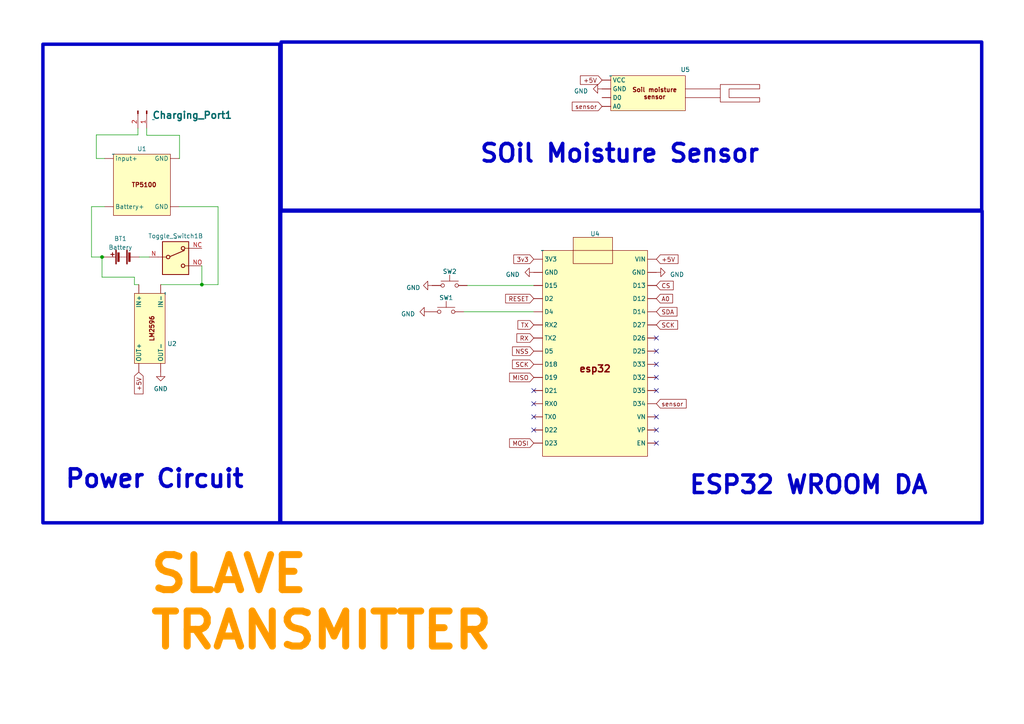
<source format=kicad_sch>
(kicad_sch (version 20230121) (generator eeschema)
  (paper "A4")
  (lib_symbols
    (symbol "Connector:Conn_01x02_Pin" (pin_names (offset 1.016) hide)
      (property "Reference" "J" (at 0 2.54 0))
      (property "Value" "Conn_01x02_Pin" (at 0 -5.08 0))
      (symbol "Conn_01x02_Pin_1_1"
        (polyline (pts (xy 1.27 -2.54) (xy 0.8636 -2.54)) (stroke (width 0.1524)))
        (polyline (pts (xy 1.27 0) (xy 0.8636 0)) (stroke (width 0.1524)))
        (rectangle (start 0.8636 -2.413) (end 0 -2.667) (stroke (width 0.1524)) (fill (type outline)))
        (rectangle (start 0.8636 0.127) (end 0 -0.127) (stroke (width 0.1524)) (fill (type outline)))
        (pin passive line (at 5.08 0 180) (length 3.81) (name "Pin_1") (number "1"))
        (pin passive line (at 5.08 -2.54 180) (length 3.81) (name "Pin_2") (number "2"))
      )
    )
    (symbol "Connector_Audio:XLR3_Switched" (pin_names hide)
      (property "Reference" "J" (at 0 8.89 0))
      (property "Value" "XLR3_Switched" (at 0 6.35 0))
      (symbol "XLR3_Switched_1_1"
        (circle (center -3.556 0) (radius 1.016))
        (circle (center 0 -3.556) (radius 1.016))
        (polyline (pts (xy -5.08 0) (xy -4.572 0)))
        (polyline (pts (xy 0 -5.08) (xy 0 -4.572)))
        (polyline (pts (xy 5.08 0) (xy 4.572 0)))
        (circle (center 0 0) (radius 5.08) (fill (type background)))
        (circle (center 3.556 0) (radius 1.016))
        (text "1" (at -3.556 1.778 0) (effects (font (size 1.016 1.016) bold)))
        (text "2" (at 3.556 1.778 0) (effects (font (size 1.016 1.016) bold)))
        (text "3" (at 0 -1.778 0) (effects (font (size 1.016 1.016) bold)))
        (pin passive line (at -7.62 0 0) (length 2.54) (name "~") (number "1"))
        (pin passive line (at 7.62 0 180) (length 2.54) (name "~") (number "2"))
        (pin passive line (at 0 -7.62 90) (length 2.54) (name "~") (number "3"))
      )
      (symbol "XLR3_Switched_2_1"
        (rectangle (start -3.81 4.445) (end 3.81 -5.08) (stroke (width 0.254)) (fill (type background)))
        (circle (center -2.159 0) (radius 0.508) (stroke (width 0.254)))
        (polyline (pts (xy -5.08 0) (xy -2.794 0)))
        (polyline (pts (xy -1.651 0.127) (xy 2.54 1.905)) (stroke (width 0.254)))
        (polyline (pts (xy 5.08 -2.54) (xy 2.794 -2.54)))
        (polyline (pts (xy 5.08 2.54) (xy 2.794 2.54)))
        (circle (center 2.159 -2.54) (radius 0.508) (stroke (width 0.254)))
        (circle (center 2.159 2.54) (radius 0.508) (stroke (width 0.254)))
        (pin passive line (at -7.62 0 0) (length 2.54) (name "~") (number "N"))
        (pin passive line (at 7.62 2.54 180) (length 2.54) (name "~") (number "NC"))
        (pin passive line (at 7.62 -2.54 180) (length 2.54) (name "~") (number "NO"))
      )
    )
    (symbol "Device:Battery" (pin_numbers hide) (pin_names (offset 0) hide)
      (property "Reference" "BT" (at 2.54 2.54 0))
      (property "Value" "Battery" (at 2.54 0 0))
      (symbol "Battery_0_1"
        (rectangle (start -2.032 -1.397) (end 2.032 -1.651) (fill (type outline)))
        (rectangle (start -2.032 1.778) (end 2.032 1.524) (fill (type outline)))
        (rectangle (start -1.3208 -1.9812) (end 1.27 -2.4892) (fill (type outline)))
        (rectangle (start -1.3208 1.1938) (end 1.27 0.6858) (fill (type outline)))
        (polyline (pts (xy 0 -1.524) (xy 0 -1.27)))
        (polyline (pts (xy 0 -1.016) (xy 0 -0.762)))
        (polyline (pts (xy 0 -0.508) (xy 0 -0.254)))
        (polyline (pts (xy 0 0) (xy 0 0.254)))
        (polyline (pts (xy 0 0.508) (xy 0 0.762)))
        (polyline (pts (xy 0 1.778) (xy 0 2.54)))
        (polyline (pts (xy 0.254 2.667) (xy 1.27 2.667)) (stroke (width 0.254)))
        (polyline (pts (xy 0.762 3.175) (xy 0.762 2.159)) (stroke (width 0.254)))
      )
      (symbol "Battery_1_1"
        (pin passive line (at 0 5.08 270) (length 2.54) (name "+") (number "1"))
        (pin passive line (at 0 -5.08 90) (length 2.54) (name "-") (number "2"))
      )
    )
    (symbol "Sensors:soil_moisture"
      (property "Reference" "U" (at 0 0 0))
      (symbol "soil_moisture_1_1"
        (polyline (pts (xy 21.59 -6.35) (xy 31.75 -6.35)))
        (polyline (pts (xy 21.59 -3.81) (xy 31.75 -3.81)))
        (polyline (pts (xy 31.75 -2.54) (xy 31.75 -7.62) (xy 43.18 -7.62) (xy 43.18 -6.35) (xy 34.29 -6.35) (xy 34.29 -3.81) (xy 43.18 -3.81) (xy 43.18 -2.54) (xy 31.75 -2.54)))
        (rectangle (start 0 0) (end 21.59 -10.16) (fill (type background)))
        (text "Soil moisture\nsensor" (at 12.7 -5.08 0) (effects (font (size 1.27 1.27) bold)))
        (pin input line (at -2.54 -8.89 0) (length 2.54) (name "A0") (number ""))
        (pin input line (at -2.54 -6.35 0) (length 2.54) (name "D0") (number ""))
        (pin input line (at -2.54 -3.81 0) (length 2.54) (name "GND") (number ""))
        (pin input line (at -2.54 -1.27 0) (length 2.54) (name "VCC") (number ""))
      )
    )
    (symbol "Switch:SW_Push" (pin_numbers hide) (pin_names (offset 1.016) hide)
      (property "Reference" "SW" (at 1.27 2.54 0))
      (property "Value" "SW_Push" (at 0 -1.524 0))
      (symbol "SW_Push_0_1"
        (circle (center -2.032 0) (radius 0.508))
        (polyline (pts (xy 0 1.27) (xy 0 3.048)))
        (polyline (pts (xy 2.54 1.27) (xy -2.54 1.27)))
        (circle (center 2.032 0) (radius 0.508))
        (pin passive line (at -5.08 0 0) (length 2.54) (name "1") (number "1"))
        (pin passive line (at 5.08 0 180) (length 2.54) (name "2") (number "2"))
      )
    )
    (symbol "buck_converter1:lm2596"
      (property "Reference" "U" (at 0 0 0))
      (symbol "lm2596_1_1"
        (rectangle (start 0 0) (end 20.32 -8.89) (fill (type background)))
        (text "LM2596" (at 10.16 -3.81 0) (effects (font (size 1.27 1.27) bold)))
        (pin input line (at -2.54 -7.62 0) (length 2.54) (name "IN+") (number ""))
        (pin input line (at -2.54 -1.27 0) (length 2.54) (name "IN-") (number ""))
        (pin input line (at 22.86 -7.62 180) (length 2.54) (name "OUT+") (number ""))
        (pin input line (at 22.86 -1.27 180) (length 2.54) (name "OUT-") (number ""))
      )
    )
    (symbol "esp32:esp32_wroom32_DA"
      (property "Reference" "U" (at 30.48 -58.42 0))
      (symbol "esp32_wroom32_DA_1_1"
        (rectangle (start 0 1.27) (end 30.48 -58.42) (fill (type background)))
        (rectangle (start 10.16 -54.61) (end 21.59 -62.23) (fill (type background)))
        (text "esp32\n" (at 15.24 -24.13 0) (effects (font (size 2 2) bold)))
        (pin input line (at 33.02 -55.88 180) (length 2.54) (name "3V3") (number ""))
        (pin input line (at -2.54 -44.45 0) (length 2.54) (name "D12") (number ""))
        (pin input line (at -2.54 -48.26 0) (length 2.54) (name "D13") (number ""))
        (pin input line (at -2.54 -40.64 0) (length 2.54) (name "D14") (number ""))
        (pin input line (at 33.02 -48.26 180) (length 2.54) (name "D15") (number ""))
        (pin input line (at 33.02 -25.4 180) (length 2.54) (name "D18") (number ""))
        (pin input line (at 33.02 -21.59 180) (length 2.54) (name "D19") (number ""))
        (pin input line (at 33.02 -44.45 180) (length 2.54) (name "D2") (number ""))
        (pin input line (at 33.02 -17.78 180) (length 2.54) (name "D21") (number ""))
        (pin input line (at 33.02 -6.35 180) (length 2.54) (name "D22") (number ""))
        (pin input line (at 33.02 -2.54 180) (length 2.54) (name "D23") (number ""))
        (pin input line (at -2.54 -29.21 0) (length 2.54) (name "D25") (number ""))
        (pin input line (at -2.54 -33.02 0) (length 2.54) (name "D26") (number ""))
        (pin input line (at -2.54 -36.83 0) (length 2.54) (name "D27") (number ""))
        (pin input line (at -2.54 -21.59 0) (length 2.54) (name "D32") (number ""))
        (pin input line (at -2.54 -25.4 0) (length 2.54) (name "D33") (number ""))
        (pin input line (at -2.54 -13.97 0) (length 2.54) (name "D34") (number ""))
        (pin input line (at -2.54 -17.78 0) (length 2.54) (name "D35") (number ""))
        (pin input line (at 33.02 -40.64 180) (length 2.54) (name "D4") (number ""))
        (pin input line (at 33.02 -29.21 180) (length 2.54) (name "D5") (number ""))
        (pin input line (at -2.54 -2.54 0) (length 2.54) (name "EN") (number ""))
        (pin input line (at -2.54 -52.07 0) (length 2.54) (name "GND") (number ""))
        (pin input line (at 33.02 -52.07 180) (length 2.54) (name "GND") (number ""))
        (pin input line (at 33.02 -13.97 180) (length 2.54) (name "RX0") (number ""))
        (pin input line (at 33.02 -36.83 180) (length 2.54) (name "RX2") (number ""))
        (pin input line (at 33.02 -10.16 180) (length 2.54) (name "TX0") (number ""))
        (pin input line (at 33.02 -33.02 180) (length 2.54) (name "TX2") (number ""))
        (pin input line (at -2.54 -55.88 0) (length 2.54) (name "VIN") (number ""))
        (pin input line (at -2.54 -10.16 0) (length 2.54) (name "VN") (number ""))
        (pin input line (at -2.54 -6.35 0) (length 2.54) (name "VP") (number ""))
      )
    )
    (symbol "li-ion_charger_module:2_cell_charger"
      (property "Reference" "U" (at 0 0 0))
      (symbol "2_cell_charger_1_1"
        (rectangle (start 0 0) (end 16.51 -17.78) (fill (type background)))
        (text "TP5100" (at 8.89 -8.89 0) (effects (font (size 1.27 1.27) bold)))
        (pin input line (at -2.54 -15.24 0) (length 2.54) (name "Battery+") (number ""))
        (pin input line (at 19.05 -15.24 180) (length 2.54) (name "GND") (number ""))
        (pin input line (at 19.05 -1.27 180) (length 2.54) (name "GND") (number ""))
        (pin input line (at -2.54 -1.27 0) (length 2.54) (name "input+") (number ""))
      )
    )
    (symbol "power:GND" (power) (pin_names (offset 0))
      (property "Value" "GND" (at 0 -3.81 0))
      (symbol "GND_0_1"
        (polyline (pts (xy 0 0) (xy 0 -1.27) (xy 1.27 -1.27) (xy 0 -2.54) (xy -1.27 -1.27) (xy 0 -1.27)))
      )
      (symbol "GND_1_1"
        (pin power_in line (at 0 0 270) (length 0) hide (name "GND") (number "1"))
      )
    )
  )
  (junction (at 58.547 82.55))
  (junction (at 29.591 74.549))
  (no_connect (at 190.373 101.854))
  (no_connect (at 154.813 124.714))
  (no_connect (at 190.373 113.284))
  (no_connect (at 190.373 105.664))
  (no_connect (at 190.373 120.904))
  (no_connect (at 190.373 124.714))
  (no_connect (at 190.373 128.524))
  (no_connect (at 190.373 109.474))
  (no_connect (at 154.813 117.094))
  (no_connect (at 154.813 113.284))
  (no_connect (at 190.373 98.044))
  (no_connect (at 154.813 120.904))
  (wire (pts (xy 30.226 74.549) (xy 29.591 74.549)))
  (wire (pts (xy 29.591 80.391) (xy 29.591 74.549)))
  (wire (pts (xy 135.509 82.804) (xy 154.813 82.804)))
  (wire (pts (xy 42.545 37.211) (xy 42.545 39.243)))
  (wire (pts (xy 52.07 45.974) (xy 51.943 45.974)))
  (wire (pts (xy 63.246 59.944) (xy 63.246 82.55)))
  (wire (pts (xy 42.545 39.243) (xy 52.07 39.243)))
  (wire (pts (xy 27.94 45.974) (xy 27.94 39.116)))
  (wire (pts (xy 40.386 74.549) (xy 43.307 74.549)))
  (wire (pts (xy 38.989 82.55) (xy 40.259 82.55)))
  (wire (pts (xy 26.543 59.944) (xy 30.353 59.944)))
  (wire (pts (xy 134.493 90.424) (xy 154.813 90.424)))
  (wire (pts (xy 29.591 74.549) (xy 26.543 74.549)))
  (wire (pts (xy 52.07 39.243) (xy 52.07 45.974)))
  (wire (pts (xy 27.94 39.116) (xy 40.005 39.116)))
  (wire (pts (xy 46.609 82.55) (xy 58.547 82.55)))
  (wire (pts (xy 58.547 82.55) (xy 58.547 77.089)))
  (wire (pts (xy 38.989 80.391) (xy 29.591 80.391)))
  (wire (pts (xy 58.547 82.55) (xy 63.246 82.55)))
  (wire (pts (xy 38.989 82.55) (xy 38.989 80.391)))
  (wire (pts (xy 26.543 74.549) (xy 26.543 59.944)))
  (wire (pts (xy 51.943 59.944) (xy 63.246 59.944)))
  (wire (pts (xy 30.353 45.974) (xy 27.94 45.974)))
  (wire (pts (xy 40.005 39.116) (xy 40.005 37.211)))
  (rectangle (start 81.407 61.214) (end 284.861 151.638) (stroke (width 1)))
  (rectangle (start 81.534 12.192) (end 284.734 60.96) (stroke (width 1)))
  (rectangle (start 12.446 12.827) (end 81.153 151.638) (stroke (width 1) (color 0 0 194 1)))
  (text "SLAVE \nTRANSMITTER \n" (at 42.799 188.976 0) (effects (font (size 10.16 10.16) bold) (justify left bottom)))
  (text "ESP32 WROOM DA" (at 199.517 143.764 0) (effects (font (size 5.08 5.08) bold) (justify left bottom)))
  (text "Power Circuit" (at 18.542 141.986 0) (effects (font (size 5.08 5.08) bold) (justify left bottom)))
  (text "SOil Moisture Sensor\n" (at 138.811 47.625 0) (effects (font (size 5.08 5.08) bold) (justify left bottom)))
  (global_label "SCK" (shape input) (at 190.373 94.234 0) (property "Intersheetrefs" "${INTERSHEET_REFS}" (effects hide)))
  (global_label "SCK" (shape input) (at 154.813 105.664 180) (property "Intersheetrefs" "${INTERSHEET_REFS}" (effects hide)))
  (global_label "CS" (shape input) (at 190.373 82.804 0) (property "Intersheetrefs" "${INTERSHEET_REFS}" (effects hide)))
  (global_label "NSS" (shape input) (at 154.813 101.854 180) (property "Intersheetrefs" "${INTERSHEET_REFS}" (effects hide)))
  (global_label "RX" (shape input) (at 154.813 98.044 180) (property "Intersheetrefs" "${INTERSHEET_REFS}" (effects hide)))
  (global_label "A0" (shape input) (at 190.373 86.614 0) (property "Intersheetrefs" "${INTERSHEET_REFS}" (effects hide)))
  (global_label "sensor" (shape input) (at 190.373 117.094 0) (property "Intersheetrefs" "${INTERSHEET_REFS}" (effects hide)))
  (global_label "+5V" (shape input) (at 174.625 23.241 180) (property "Intersheetrefs" "${INTERSHEET_REFS}" (effects hide)))
  (global_label "3v3" (shape input) (at 154.813 75.184 180) (property "Intersheetrefs" "${INTERSHEET_REFS}" (effects hide)))
  (global_label "+5V" (shape input) (at 40.259 107.95 270) (property "Intersheetrefs" "${INTERSHEET_REFS}" (effects hide)))
  (global_label "SDA" (shape input) (at 190.373 90.424 0) (property "Intersheetrefs" "${INTERSHEET_REFS}" (effects hide)))
  (global_label "+5V" (shape input) (at 190.373 75.184 0) (property "Intersheetrefs" "${INTERSHEET_REFS}" (effects hide)))
  (global_label "RESET" (shape input) (at 154.813 86.614 180) (property "Intersheetrefs" "${INTERSHEET_REFS}" (effects hide)))
  (global_label "sensor" (shape input) (at 174.625 30.861 180) (property "Intersheetrefs" "${INTERSHEET_REFS}" (effects hide)))
  (global_label "MISO" (shape input) (at 154.813 109.474 180) (property "Intersheetrefs" "${INTERSHEET_REFS}" (effects hide)))
  (global_label "MOSI" (shape input) (at 154.813 128.524 180) (property "Intersheetrefs" "${INTERSHEET_REFS}" (effects hide)))
  (global_label "TX" (shape input) (at 154.813 94.234 180) (property "Intersheetrefs" "${INTERSHEET_REFS}" (effects hide)))
  (symbol (lib_id "power:GND") (at 174.625 25.781 270) (unit 1)
    (property "Reference" "#PWR08" (effects hide))
    (property "Value" "GND" (at 170.561 26.416 90) (effects (justify right)))
  )
  (symbol (lib_id "Connector_Audio:XLR3_Switched") (at 50.927 74.549 0) (unit 2)
    (property "Reference" "Toggle_Switch1" (at 50.927 68.453 0))
    (property "Value" "~" (at 50.927 69.088 0))
    (property "Datasheet" " ~" (effects hide))
  )
  (symbol (lib_id "Switch:SW_Push") (at 130.429 82.804 0) (unit 1)
    (property "Reference" "SW2" (at 130.429 78.74 0))
    (property "Value" "~" (at 130.429 78.74 0))
  )
  (symbol (lib_id "power:GND") (at 125.349 82.804 270) (unit 1)
    (property "Reference" "#PWR04" (effects hide))
    (property "Value" "GND" (at 121.92 83.439 90) (effects (justify right)))
  )
  (symbol (lib_id "esp32:esp32_wroom32_DA") (at 187.833 131.064 180) (unit 1)
    (property "Reference" "U4" (at 172.593 67.818 0))
    (property "Value" "~" (at 157.353 72.644 0))
  )
  (symbol (lib_id "Switch:SW_Push") (at 129.413 90.424 0) (unit 1)
    (property "Reference" "SW1" (at 129.413 86.36 0))
    (property "Value" "~" (at 129.413 86.36 0))
  )
  (symbol (lib_id "power:GND") (at 154.813 78.994 270) (unit 1)
    (property "Reference" "#PWR06" (effects hide))
    (property "Value" "GND" (at 150.749 79.629 90) (effects (justify right)))
  )
  (symbol (lib_id "power:GND") (at 124.333 90.424 270) (unit 1)
    (property "Reference" "#PWR03" (effects hide))
    (property "Value" "GND" (at 120.396 91.059 90) (effects (justify right)))
  )
  (symbol (lib_id "power:GND") (at 46.609 107.95 0) (unit 1)
    (property "Reference" "#PWR01" (effects hide))
    (property "Value" "GND" (at 46.609 112.776 0))
  )
  (symbol (lib_id "buck_converter1:lm2596") (at 47.879 85.09 270) (unit 1)
    (property "Reference" "U2" (at 48.514 99.695 90) (effects (justify left)))
    (property "Value" "~" (at 47.879 85.09 0))
  )
  (symbol (lib_id "Sensors:soil_moisture") (at 177.165 21.971 0) (unit 1)
    (property "Reference" "U5" (at 198.755 20.193 0))
    (property "Value" "~" (at 177.165 21.971 0))
  )
  (symbol (lib_id "Connector:Conn_01x02_Pin") (at 42.545 32.131 270) (unit 1)
    (property "Reference" "Charging_Port1" (at 43.942 33.401 90) (effects (font (size 2 2) bold) (justify left)))
    (property "Value" "~" (at 43.942 34.671 90) (effects (justify left)))
  )
  (symbol (lib_id "power:GND") (at 190.373 78.994 90) (unit 1)
    (property "Reference" "#PWR07" (effects hide))
    (property "Value" "GND" (at 194.31 79.629 90) (effects (justify right)))
  )
  (symbol (lib_id "Device:Battery") (at 35.306 74.549 90) (unit 1)
    (property "Reference" "BT1" (at 34.925 69.215 90))
    (property "Value" "Battery" (at 34.925 71.755 90))
  )
  (symbol (lib_id "li-ion_charger_module:2_cell_charger") (at 32.893 44.704 0) (unit 1)
    (property "Reference" "U1" (at 41.148 43.18 0))
    (property "Value" "~" (at 32.893 44.704 0))
  )
)
</source>
